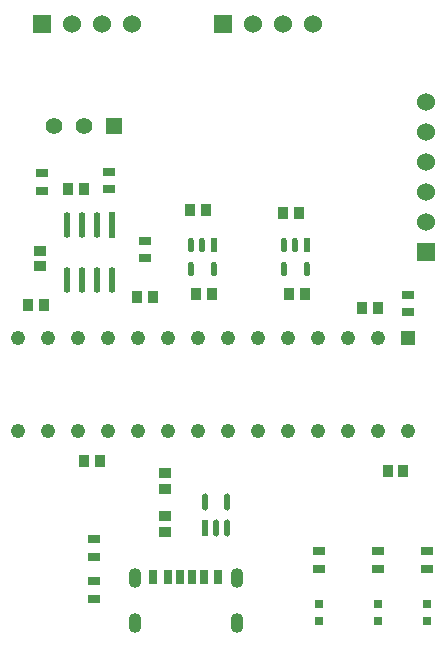
<source format=gbr>
G04*
G04 #@! TF.GenerationSoftware,Altium Limited,Altium Designer,25.3.3 (18)*
G04*
G04 Layer_Color=255*
%FSLAX25Y25*%
%MOIN*%
G70*
G04*
G04 #@! TF.SameCoordinates,2E22F27B-A00B-49EA-A22F-E70647FCC6C8*
G04*
G04*
G04 #@! TF.FilePolarity,Positive*
G04*
G01*
G75*
%ADD17R,0.03543X0.03937*%
%ADD18R,0.03937X0.03150*%
%ADD19R,0.02292X0.08540*%
G04:AMPARAMS|DCode=20|XSize=85.4mil|YSize=22.92mil|CornerRadius=11.46mil|HoleSize=0mil|Usage=FLASHONLY|Rotation=270.000|XOffset=0mil|YOffset=0mil|HoleType=Round|Shape=RoundedRectangle|*
%AMROUNDEDRECTD20*
21,1,0.08540,0.00000,0,0,270.0*
21,1,0.06248,0.02292,0,0,270.0*
1,1,0.02292,0.00000,-0.03124*
1,1,0.02292,0.00000,0.03124*
1,1,0.02292,0.00000,0.03124*
1,1,0.02292,0.00000,-0.03124*
%
%ADD20ROUNDEDRECTD20*%
G04:AMPARAMS|DCode=21|XSize=47.45mil|YSize=20.95mil|CornerRadius=10.48mil|HoleSize=0mil|Usage=FLASHONLY|Rotation=270.000|XOffset=0mil|YOffset=0mil|HoleType=Round|Shape=RoundedRectangle|*
%AMROUNDEDRECTD21*
21,1,0.04745,0.00000,0,0,270.0*
21,1,0.02650,0.02095,0,0,270.0*
1,1,0.02095,0.00000,-0.01325*
1,1,0.02095,0.00000,0.01325*
1,1,0.02095,0.00000,0.01325*
1,1,0.02095,0.00000,-0.01325*
%
%ADD21ROUNDEDRECTD21*%
%ADD22R,0.02095X0.04745*%
%ADD23R,0.03150X0.03150*%
%ADD24R,0.03937X0.03543*%
%ADD25R,0.02756X0.04724*%
%ADD26R,0.02992X0.04724*%
%ADD27R,0.03150X0.04724*%
G04:AMPARAMS|DCode=28|XSize=57.31mil|YSize=22.43mil|CornerRadius=11.22mil|HoleSize=0mil|Usage=FLASHONLY|Rotation=90.000|XOffset=0mil|YOffset=0mil|HoleType=Round|Shape=RoundedRectangle|*
%AMROUNDEDRECTD28*
21,1,0.05731,0.00000,0,0,90.0*
21,1,0.03488,0.02243,0,0,90.0*
1,1,0.02243,0.00000,0.01744*
1,1,0.02243,0.00000,-0.01744*
1,1,0.02243,0.00000,-0.01744*
1,1,0.02243,0.00000,0.01744*
%
%ADD28ROUNDEDRECTD28*%
%ADD29R,0.02243X0.05731*%
%ADD33C,0.06000*%
%ADD34R,0.06000X0.06000*%
%ADD37C,0.05512*%
%ADD38R,0.05512X0.05512*%
%ADD39R,0.06000X0.06000*%
G04:AMPARAMS|DCode=40|XSize=43.31mil|YSize=66.93mil|CornerRadius=21.65mil|HoleSize=0mil|Usage=FLASHONLY|Rotation=0.000|XOffset=0mil|YOffset=0mil|HoleType=Round|Shape=RoundedRectangle|*
%AMROUNDEDRECTD40*
21,1,0.04331,0.02362,0,0,0.0*
21,1,0.00000,0.06693,0,0,0.0*
1,1,0.04331,0.00000,-0.01181*
1,1,0.04331,0.00000,-0.01181*
1,1,0.04331,0.00000,0.01181*
1,1,0.04331,0.00000,0.01181*
%
%ADD40ROUNDEDRECTD40*%
%ADD44R,0.04894X0.04894*%
%ADD45C,0.04894*%
D17*
X317158Y215500D02*
D03*
X311842D02*
D03*
X219158Y255000D02*
D03*
X213843D02*
D03*
X200243Y216492D02*
D03*
X205558D02*
D03*
X219000Y164500D02*
D03*
X224315D02*
D03*
X261815Y220000D02*
D03*
X256500D02*
D03*
X254343Y248000D02*
D03*
X259658D02*
D03*
X292815Y220000D02*
D03*
X287500D02*
D03*
X285343Y247000D02*
D03*
X290657D02*
D03*
X242158Y219000D02*
D03*
X236842D02*
D03*
X320185Y161000D02*
D03*
X325500D02*
D03*
D18*
X327000Y214047D02*
D03*
Y219953D02*
D03*
X205000Y254547D02*
D03*
Y260453D02*
D03*
X227500Y255047D02*
D03*
Y260953D02*
D03*
X222500Y138406D02*
D03*
Y132500D02*
D03*
X333500Y134500D02*
D03*
Y128595D02*
D03*
X239500Y237906D02*
D03*
Y232000D02*
D03*
X222500Y118500D02*
D03*
Y124406D02*
D03*
X317000Y128547D02*
D03*
Y134453D02*
D03*
X297500Y128595D02*
D03*
Y134500D02*
D03*
D19*
X228500Y243305D02*
D03*
D20*
X223500D02*
D03*
X218500D02*
D03*
X213500D02*
D03*
Y224694D02*
D03*
X218500D02*
D03*
X223500D02*
D03*
X228500D02*
D03*
D21*
X293240Y228364D02*
D03*
X285760D02*
D03*
Y236636D02*
D03*
X289500D02*
D03*
X262240Y228364D02*
D03*
X254760D02*
D03*
Y236636D02*
D03*
X258500D02*
D03*
D22*
X293240D02*
D03*
X262240D02*
D03*
D23*
X333500Y111047D02*
D03*
Y116953D02*
D03*
X317000Y111047D02*
D03*
Y116953D02*
D03*
X297500Y111047D02*
D03*
Y116953D02*
D03*
D24*
X204500Y229343D02*
D03*
Y234658D02*
D03*
X246000Y155185D02*
D03*
Y160500D02*
D03*
Y140842D02*
D03*
Y146158D02*
D03*
D25*
X254969Y125929D02*
D03*
X251031D02*
D03*
D26*
X258984D02*
D03*
X247016D02*
D03*
D27*
X263827D02*
D03*
X242173D02*
D03*
D28*
X259260Y150930D02*
D03*
X266740D02*
D03*
Y142070D02*
D03*
X263000D02*
D03*
D29*
X259260D02*
D03*
D33*
X333000Y274000D02*
D03*
Y264000D02*
D03*
Y254000D02*
D03*
Y244000D02*
D03*
Y284000D02*
D03*
X295500Y310000D02*
D03*
X285500D02*
D03*
X275500D02*
D03*
X235000D02*
D03*
X225000D02*
D03*
X215000D02*
D03*
D34*
X333000Y234000D02*
D03*
D37*
X209000Y276000D02*
D03*
X219000D02*
D03*
D38*
X229000D02*
D03*
D39*
X265500Y310000D02*
D03*
X205000D02*
D03*
D40*
X270008Y110653D02*
D03*
X235992D02*
D03*
X270008Y125614D02*
D03*
X235992D02*
D03*
D44*
X327000Y205500D02*
D03*
D45*
X317000D02*
D03*
X307000D02*
D03*
X297000D02*
D03*
X287000D02*
D03*
X277000D02*
D03*
X267000D02*
D03*
X257000D02*
D03*
X247000D02*
D03*
X237000D02*
D03*
X227000D02*
D03*
X217000D02*
D03*
X207000D02*
D03*
X197000D02*
D03*
Y174500D02*
D03*
X207000D02*
D03*
X217000D02*
D03*
X227000D02*
D03*
X237000D02*
D03*
X247000D02*
D03*
X257000D02*
D03*
X267000D02*
D03*
X277000D02*
D03*
X287000D02*
D03*
X297000D02*
D03*
X307000D02*
D03*
X317000D02*
D03*
X327000D02*
D03*
M02*

</source>
